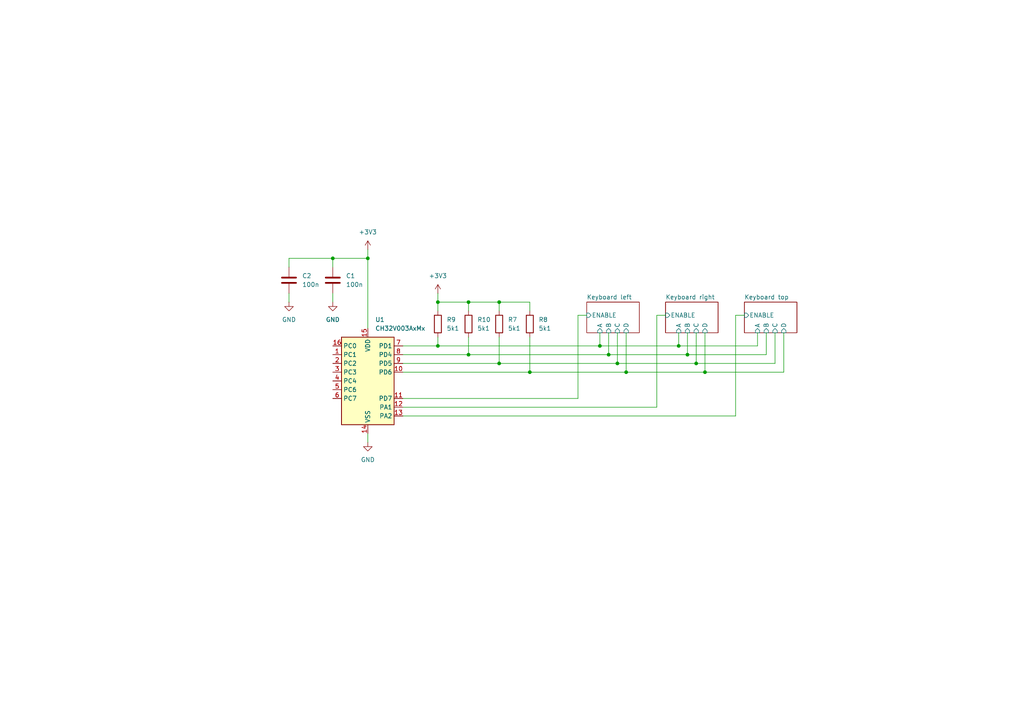
<source format=kicad_sch>
(kicad_sch (version 20250114) (generator "eeschema") (generator_version "9.0")
  (paper "A4")
  (lib_symbols
    (symbol "Device:C" (pin_numbers (hide yes)) (pin_names (offset 0.254))
      (property "Reference" "C" (at 0.635 2.54 0))
      (property "Value" "C" (at 0.635 -2.54 0))
      (symbol "C_0_1"
        (polyline (pts (xy -2.032 0.762) (xy 2.032 0.762)) (stroke (width 0.508)))
        (polyline (pts (xy -2.032 -0.762) (xy 2.032 -0.762)) (stroke (width 0.508)))
      )
      (symbol "C_1_1"
        (pin passive line (at 0 3.81 270) (length 2.794) (name "~") (number "1"))
        (pin passive line (at 0 -3.81 90) (length 2.794) (name "~") (number "2"))
      )
    )
    (symbol "Device:R" (pin_numbers (hide yes)) (pin_names (offset 0))
      (property "Reference" "R" (at 2.032 0 90))
      (property "Value" "R" (at 0 0 90))
      (symbol "R_0_1"
        (rectangle (start -1.016 -2.54) (end 1.016 2.54) (stroke (width 0.254)))
      )
      (symbol "R_1_1"
        (pin passive line (at 0 3.81 270) (length 1.27) (name "~") (number "1"))
        (pin passive line (at 0 -3.81 90) (length 1.27) (name "~") (number "2"))
      )
    )
    (symbol "MCU_WCH_CH32V0:CH32V003AxMx"
      (property "Reference" "U1" (at 2.1433 17.78 0))
      (property "Value" "CH32V003AxMx" (at 2.1433 15.24 0))
      (symbol "CH32V003AxMx_1_1"
        (rectangle (start -7.62 12.7) (end 7.62 -12.7) (stroke (width 0.254)) (fill (type background)))
        (pin bidirectional line (at -10.16 10.16 0) (length 2.54) (name "PC0") (number "16"))
        (pin bidirectional line (at -10.16 7.62 0) (length 2.54) (name "PC1") (number "1"))
        (pin bidirectional line (at -10.16 5.08 0) (length 2.54) (name "PC2") (number "2"))
        (pin bidirectional line (at -10.16 2.54 0) (length 2.54) (name "PC3") (number "3"))
        (pin bidirectional line (at -10.16 0 0) (length 2.54) (name "PC4") (number "4"))
        (pin bidirectional line (at -10.16 -2.54 0) (length 2.54) (name "PC6") (number "5"))
        (pin bidirectional line (at -10.16 -5.08 0) (length 2.54) (name "PC7") (number "6"))
        (pin power_in line (at 0 15.24 270) (length 2.54) (name "VDD") (number "15"))
        (pin power_in line (at 0 -15.24 90) (length 2.54) (name "VSS") (number "14"))
        (pin bidirectional line (at 10.16 10.16 180) (length 2.54) (name "PD1") (number "7"))
        (pin bidirectional line (at 10.16 7.62 180) (length 2.54) (name "PD4") (number "8"))
        (pin bidirectional line (at 10.16 5.08 180) (length 2.54) (name "PD5") (number "9"))
        (pin bidirectional line (at 10.16 2.54 180) (length 2.54) (name "PD6") (number "10"))
        (pin bidirectional line (at 10.16 -5.08 180) (length 2.54) (name "PD7") (number "11"))
        (pin bidirectional line (at 10.16 -7.62 180) (length 2.54) (name "PA1") (number "12"))
        (pin bidirectional line (at 10.16 -10.16 180) (length 2.54) (name "PA2") (number "13"))
      )
    )
    (symbol "power:+3V3" (power) (pin_numbers (hide yes)) (pin_names (offset 0) (hide yes))
      (property "Value" "+3V3" (at 0 3.556 0))
      (symbol "+3V3_0_1"
        (polyline (pts (xy -0.762 1.27) (xy 0 2.54)))
        (polyline (pts (xy 0 2.54) (xy 0.762 1.27)))
        (polyline (pts (xy 0 0) (xy 0 2.54)))
      )
      (symbol "+3V3_1_1"
        (pin power_in line (at 0 0 90) (length 0) (name "~") (number "1"))
      )
    )
    (symbol "power:GND" (power) (pin_numbers (hide yes)) (pin_names (offset 0) (hide yes))
      (property "Value" "GND" (at 0 -3.81 0))
      (symbol "GND_0_1"
        (polyline (pts (xy 0 0) (xy 0 -1.27) (xy 1.27 -1.27) (xy 0 -2.54) (xy -1.27 -1.27) (xy 0 -1.27)))
      )
      (symbol "GND_1_1"
        (pin power_in line (at 0 0 270) (length 0) (name "~") (number "1"))
      )
    )
  )
  (junction (at 201.93 105.41))
  (junction (at 135.89 87.63))
  (junction (at 135.89 102.87))
  (junction (at 173.99 100.33))
  (junction (at 153.67 107.95))
  (junction (at 106.68 74.93))
  (junction (at 181.61 107.95))
  (junction (at 199.39 102.87))
  (junction (at 204.47 107.95))
  (junction (at 196.85 100.33))
  (junction (at 127 87.63))
  (junction (at 144.78 105.41))
  (junction (at 96.52 74.93))
  (junction (at 179.07 105.41))
  (junction (at 127 100.33))
  (junction (at 176.53 102.87))
  (junction (at 144.78 87.63))
  (wire (pts (xy 215.9 91.44) (xy 213.36 91.44)))
  (wire (pts (xy 179.07 105.41) (xy 201.93 105.41)))
  (wire (pts (xy 201.93 105.41) (xy 201.93 96.52)))
  (wire (pts (xy 127 87.63) (xy 127 90.17)))
  (wire (pts (xy 227.33 96.52) (xy 227.33 107.95)))
  (wire (pts (xy 199.39 102.87) (xy 199.39 96.52)))
  (wire (pts (xy 170.18 91.44) (xy 167.64 91.44)))
  (wire (pts (xy 153.67 107.95) (xy 181.61 107.95)))
  (wire (pts (xy 213.36 91.44) (xy 213.36 120.65)))
  (wire (pts (xy 176.53 96.52) (xy 176.53 102.87)))
  (wire (pts (xy 135.89 87.63) (xy 135.89 90.17)))
  (wire (pts (xy 83.82 87.63) (xy 83.82 85.09)))
  (wire (pts (xy 181.61 96.52) (xy 181.61 107.95)))
  (wire (pts (xy 96.52 74.93) (xy 96.52 77.47)))
  (wire (pts (xy 219.71 96.52) (xy 219.71 100.33)))
  (wire (pts (xy 190.5 118.11) (xy 116.84 118.11)))
  (wire (pts (xy 204.47 107.95) (xy 204.47 96.52)))
  (wire (pts (xy 96.52 87.63) (xy 96.52 85.09)))
  (wire (pts (xy 127 87.63) (xy 135.89 87.63)))
  (wire (pts (xy 167.64 91.44) (xy 167.64 115.57)))
  (wire (pts (xy 222.25 102.87) (xy 199.39 102.87)))
  (wire (pts (xy 83.82 74.93) (xy 83.82 77.47)))
  (wire (pts (xy 116.84 102.87) (xy 135.89 102.87)))
  (wire (pts (xy 173.99 96.52) (xy 173.99 100.33)))
  (wire (pts (xy 144.78 87.63) (xy 153.67 87.63)))
  (wire (pts (xy 135.89 102.87) (xy 176.53 102.87)))
  (wire (pts (xy 224.79 96.52) (xy 224.79 105.41)))
  (wire (pts (xy 167.64 115.57) (xy 116.84 115.57)))
  (wire (pts (xy 144.78 105.41) (xy 179.07 105.41)))
  (wire (pts (xy 96.52 74.93) (xy 106.68 74.93)))
  (wire (pts (xy 224.79 105.41) (xy 201.93 105.41)))
  (wire (pts (xy 116.84 105.41) (xy 144.78 105.41)))
  (wire (pts (xy 135.89 87.63) (xy 144.78 87.63)))
  (wire (pts (xy 196.85 100.33) (xy 196.85 96.52)))
  (wire (pts (xy 181.61 107.95) (xy 204.47 107.95)))
  (wire (pts (xy 135.89 97.79) (xy 135.89 102.87)))
  (wire (pts (xy 106.68 125.73) (xy 106.68 128.27)))
  (wire (pts (xy 222.25 96.52) (xy 222.25 102.87)))
  (wire (pts (xy 153.67 87.63) (xy 153.67 90.17)))
  (wire (pts (xy 83.82 74.93) (xy 96.52 74.93)))
  (wire (pts (xy 127 97.79) (xy 127 100.33)))
  (wire (pts (xy 106.68 72.39) (xy 106.68 74.93)))
  (wire (pts (xy 190.5 91.44) (xy 190.5 118.11)))
  (wire (pts (xy 173.99 100.33) (xy 196.85 100.33)))
  (wire (pts (xy 190.5 91.44) (xy 193.04 91.44)))
  (wire (pts (xy 144.78 97.79) (xy 144.78 105.41)))
  (wire (pts (xy 116.84 100.33) (xy 127 100.33)))
  (wire (pts (xy 127 100.33) (xy 173.99 100.33)))
  (wire (pts (xy 153.67 97.79) (xy 153.67 107.95)))
  (wire (pts (xy 227.33 107.95) (xy 204.47 107.95)))
  (wire (pts (xy 219.71 100.33) (xy 196.85 100.33)))
  (wire (pts (xy 213.36 120.65) (xy 116.84 120.65)))
  (wire (pts (xy 127 85.09) (xy 127 87.63)))
  (wire (pts (xy 106.68 74.93) (xy 106.68 95.25)))
  (wire (pts (xy 144.78 87.63) (xy 144.78 90.17)))
  (wire (pts (xy 176.53 102.87) (xy 199.39 102.87)))
  (wire (pts (xy 116.84 107.95) (xy 153.67 107.95)))
  (wire (pts (xy 179.07 96.52) (xy 179.07 105.41)))
  (symbol (lib_id "Device:R") (at 153.67 93.98 0) (unit 1)
    (property "Reference" "R8" (at 156.21 92.7099 0) (effects (justify left)))
    (property "Value" "5k1" (at 156.21 95.2499 0) (effects (justify left)))
    (property "Description" "Resistor" (effects (hide yes)))
  )
  (symbol (lib_id "MCU_WCH_CH32V0:CH32V003AxMx") (at 106.68 110.49 0) (unit 1)
    (property "Reference" "U1" (at 108.8233 92.71 0) (effects (justify left)))
    (property "Value" "CH32V003AxMx" (at 108.8233 95.25 0) (effects (justify left)))
    (property "Footprint" "Package_SO:SOP-16_3.9x9.9mm_P1.27mm" (effects (hide yes)))
    (property "Datasheet" "https://www.wch-ic.com/products/CH32V003.html" (effects (hide yes)))
    (property "Description" "CH32V003 series are industrial-grade general-purpose microcontrollers designed based on 32-bit RISC-V instruction set and architecture. It adopts QingKe V2A core, RV32EC instruction set, and supports 2 levels of interrupt nesting. The series are mounted with rich peripheral interfaces and function modules. Its internal organizational structure meets the low-cost and low-power embedded application scenarios." (effects (hide yes)))
  )
  (symbol (lib_id "Device:C") (at 83.82 81.28 0) (unit 1)
    (property "Reference" "C2" (at 87.63 80.0099 0) (effects (justify left)))
    (property "Value" "100n" (at 87.63 82.5499 0) (effects (justify left)))
    (property "Description" "Unpolarized capacitor" (effects (hide yes)))
  )
  (symbol (lib_id "Device:R") (at 127 93.98 0) (unit 1)
    (property "Reference" "R9" (at 129.54 92.7099 0) (effects (justify left)))
    (property "Value" "5k1" (at 129.54 95.2499 0) (effects (justify left)))
    (property "Description" "Resistor" (effects (hide yes)))
  )
  (symbol (lib_id "Device:R") (at 144.78 93.98 0) (unit 1)
    (property "Reference" "R7" (at 147.32 92.7099 0) (effects (justify left)))
    (property "Value" "5k1" (at 147.32 95.2499 0) (effects (justify left)))
    (property "Description" "Resistor" (effects (hide yes)))
  )
  (symbol (lib_id "power:GND") (at 96.52 87.63 0) (unit 1)
    (property "Reference" "#PWR07" (effects (hide yes)))
    (property "Value" "GND" (at 96.52 92.71 0))
    (property "Description" "Power symbol creates a global label with name \"GND\" , ground" (effects (hide yes)))
  )
  (symbol (lib_id "power:+3V3") (at 106.68 72.39 0) (unit 1)
    (property "Reference" "#PWR05" (effects (hide yes)))
    (property "Value" "+3V3" (at 106.68 67.31 0))
    (property "Description" "Power symbol creates a global label with name \"+3V3\"" (effects (hide yes)))
  )
  (symbol (lib_id "power:GND") (at 106.68 128.27 0) (unit 1)
    (property "Reference" "#PWR06" (effects (hide yes)))
    (property "Value" "GND" (at 106.68 133.35 0))
    (property "Description" "Power symbol creates a global label with name \"GND\" , ground" (effects (hide yes)))
  )
  (symbol (lib_id "power:GND") (at 83.82 87.63 0) (unit 1)
    (property "Reference" "#PWR08" (effects (hide yes)))
    (property "Value" "GND" (at 83.82 92.71 0))
    (property "Description" "Power symbol creates a global label with name \"GND\" , ground" (effects (hide yes)))
  )
  (symbol (lib_id "power:+3V3") (at 127 85.09 0) (unit 1)
    (property "Reference" "#PWR04" (effects (hide yes)))
    (property "Value" "+3V3" (at 127 80.01 0))
    (property "Description" "Power symbol creates a global label with name \"+3V3\"" (effects (hide yes)))
  )
  (symbol (lib_id "Device:C") (at 96.52 81.28 0) (unit 1)
    (property "Reference" "C1" (at 100.33 80.0099 0) (effects (justify left)))
    (property "Value" "100n" (at 100.33 82.5499 0) (effects (justify left)))
    (property "Description" "Unpolarized capacitor" (effects (hide yes)))
  )
  (symbol (lib_id "Device:R") (at 135.89 93.98 0) (unit 1)
    (property "Reference" "R10" (at 138.43 92.7099 0) (effects (justify left)))
    (property "Value" "5k1" (at 138.43 95.2499 0) (effects (justify left)))
    (property "Description" "Resistor" (effects (hide yes)))
  )
  (sheet (at 193.04 87.63) (size 15.24 8.89) (stroke (width 0.1524))
    (property "Sheetname" "Keyboard right" (at 193.04 86.9184 0) (effects (justify left bottom)))
    (property "Sheetfile" "keyboard_part.kicad_sch" (effects (hide yes)))
    (pin "A" input (at 196.85 96.52 270))
    (pin "C" input (at 201.93 96.52 270))
    (pin "D" input (at 204.47 96.52 270))
    (pin "ENABLE" input (at 193.04 91.44 180))
    (pin "B" input (at 199.39 96.52 270))
  )
  (sheet (at 215.9 87.63) (size 15.24 8.89) (stroke (width 0.1524))
    (property "Sheetname" "Keyboard top" (at 215.9 86.9184 0) (effects (justify left bottom)))
    (property "Sheetfile" "keyboard_part.kicad_sch" (effects (hide yes)))
    (pin "A" input (at 219.71 96.52 270))
    (pin "C" input (at 224.79 96.52 270))
    (pin "D" input (at 227.33 96.52 270))
    (pin "ENABLE" input (at 215.9 91.44 180))
    (pin "B" input (at 222.25 96.52 270))
  )
  (sheet (at 170.18 87.63) (size 15.24 8.89) (stroke (width 0.1524))
    (property "Sheetname" "Keyboard left" (at 170.18 86.9184 0) (effects (justify left bottom)))
    (property "Sheetfile" "keyboard_part.kicad_sch" (effects (hide yes)))
    (pin "A" input (at 173.99 96.52 270))
    (pin "C" input (at 179.07 96.52 270))
    (pin "D" input (at 181.61 96.52 270))
    (pin "ENABLE" input (at 170.18 91.44 180))
    (pin "B" input (at 176.53 96.52 270))
  )
)
</source>
